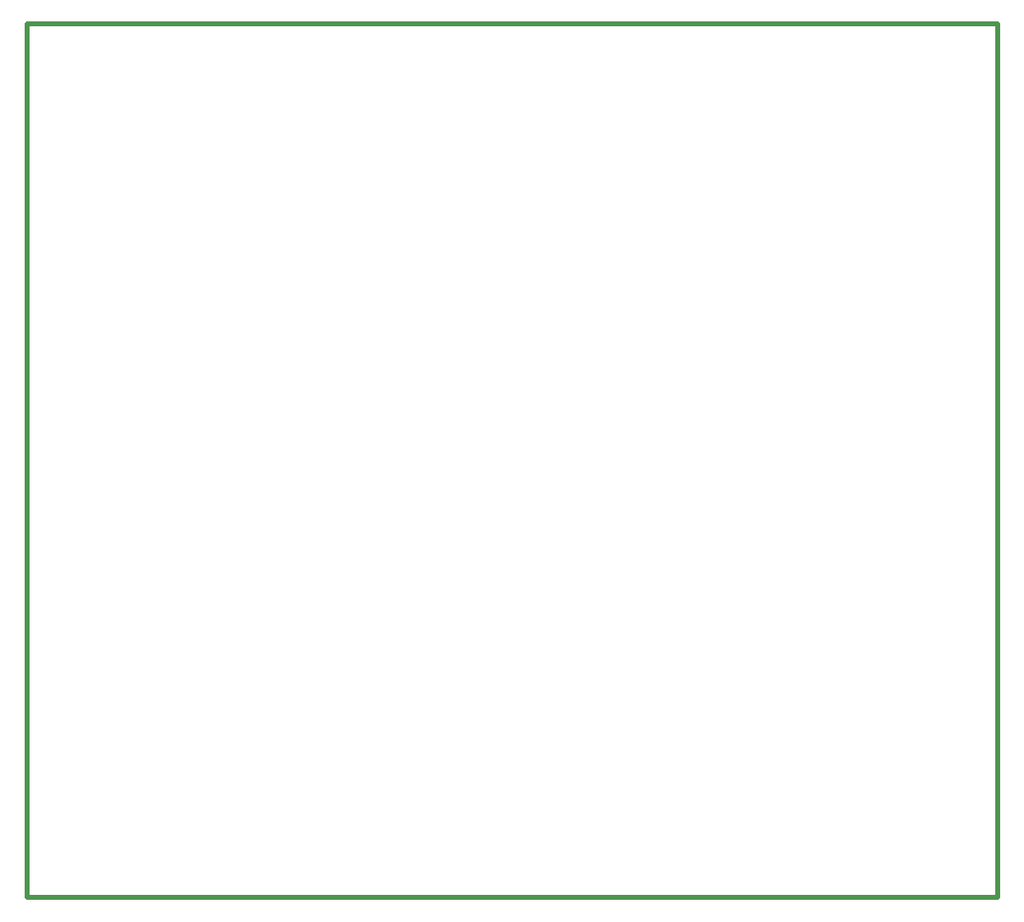
<source format=gbo>
%FSLAX24Y24*%
%MOIN*%
G70*
G01*
G75*
G04 Layer_Color=32896*
%ADD10R,0.0630X0.0709*%
%ADD11R,0.1378X0.0640*%
%ADD12R,0.0709X0.0630*%
%ADD13R,0.0472X0.0551*%
%ADD14R,0.0551X0.0591*%
%ADD15R,0.0591X0.0551*%
%ADD16R,0.0551X0.0472*%
%ADD17R,0.1339X0.0394*%
%ADD18R,0.3386X0.4213*%
%ADD19R,0.0512X0.1024*%
%ADD20R,0.0591X0.0472*%
%ADD21R,0.0360X0.0360*%
%ADD22R,0.0360X0.0500*%
%ADD23R,0.0360X0.0360*%
%ADD24R,0.0500X0.0360*%
%ADD25C,0.0240*%
%ADD26C,0.1400*%
%ADD27C,0.1000*%
%ADD28C,0.0600*%
%ADD29C,0.0400*%
%ADD30C,0.0160*%
%ADD31C,0.0500*%
%ADD32C,0.0800*%
%ADD33C,0.0197*%
%ADD34C,0.1575*%
G04:AMPARAMS|DCode=35|XSize=78.7mil|YSize=118.1mil|CornerRadius=0mil|HoleSize=0mil|Usage=FLASHONLY|Rotation=90.000|XOffset=0mil|YOffset=0mil|HoleType=Round|Shape=Octagon|*
%AMOCTAGOND35*
4,1,8,-0.0591,-0.0197,-0.0591,0.0197,-0.0394,0.0394,0.0394,0.0394,0.0591,0.0197,0.0591,-0.0197,0.0394,-0.0394,-0.0394,-0.0394,-0.0591,-0.0197,0.0*
%
%ADD35OCTAGOND35*%

%ADD36O,0.0591X0.0984*%
%ADD37C,0.0984*%
%ADD38C,0.0551*%
%ADD39R,0.0591X0.0591*%
%ADD40C,0.0591*%
%ADD41C,0.1378*%
%ADD42C,0.0591*%
%ADD43R,0.0591X0.0591*%
%ADD44O,0.0620X0.1181*%
%ADD45C,0.0787*%
%ADD46C,0.0630*%
%ADD47O,0.0787X0.1181*%
%ADD48R,0.0433X0.0433*%
%ADD49C,0.0433*%
%ADD50O,0.0866X0.1260*%
%ADD51P,0.0682X8X202.5*%
%ADD52C,0.0500*%
%ADD53C,0.1969*%
%ADD54C,0.0100*%
%ADD55C,0.0079*%
%ADD56C,0.0236*%
%ADD57C,0.0098*%
%ADD58C,0.0080*%
%ADD59C,0.0120*%
%ADD60C,0.0070*%
%ADD61C,0.0050*%
%ADD62R,0.0710X0.0789*%
%ADD63R,0.1458X0.0720*%
%ADD64R,0.0789X0.0710*%
%ADD65R,0.0552X0.0631*%
%ADD66R,0.0631X0.0671*%
%ADD67R,0.0671X0.0631*%
%ADD68R,0.0631X0.0552*%
%ADD69R,0.1419X0.0474*%
%ADD70R,0.3466X0.4293*%
%ADD71R,0.0592X0.1104*%
%ADD72R,0.0671X0.0552*%
%ADD73R,0.0440X0.0440*%
%ADD74R,0.0440X0.0580*%
%ADD75R,0.0440X0.0440*%
%ADD76R,0.0580X0.0440*%
%ADD77C,0.1655*%
G04:AMPARAMS|DCode=78|XSize=86.7mil|YSize=126.1mil|CornerRadius=0mil|HoleSize=0mil|Usage=FLASHONLY|Rotation=90.000|XOffset=0mil|YOffset=0mil|HoleType=Round|Shape=Octagon|*
%AMOCTAGOND78*
4,1,8,-0.0631,-0.0217,-0.0631,0.0217,-0.0414,0.0434,0.0414,0.0434,0.0631,0.0217,0.0631,-0.0217,0.0414,-0.0434,-0.0414,-0.0434,-0.0631,-0.0217,0.0*
%
%ADD78OCTAGOND78*%

%ADD79O,0.0671X0.1064*%
%ADD80C,0.1064*%
%ADD81C,0.0631*%
%ADD82R,0.0671X0.0671*%
%ADD83C,0.0671*%
%ADD84C,0.1458*%
%ADD85C,0.0671*%
%ADD86R,0.0671X0.0671*%
%ADD87O,0.0700X0.1261*%
%ADD88C,0.0867*%
%ADD89C,0.0710*%
%ADD90O,0.0867X0.1261*%
%ADD91R,0.0513X0.0513*%
%ADD92C,0.0513*%
%ADD93O,0.0946X0.1340*%
%ADD94P,0.0768X8X202.5*%
%ADD95C,0.0580*%
%ADD96C,0.2049*%
D33*
X20200Y10107D02*
Y45541D01*
X59570D01*
Y10107D02*
Y45541D01*
X20200Y10107D02*
X59570D01*
M02*

</source>
